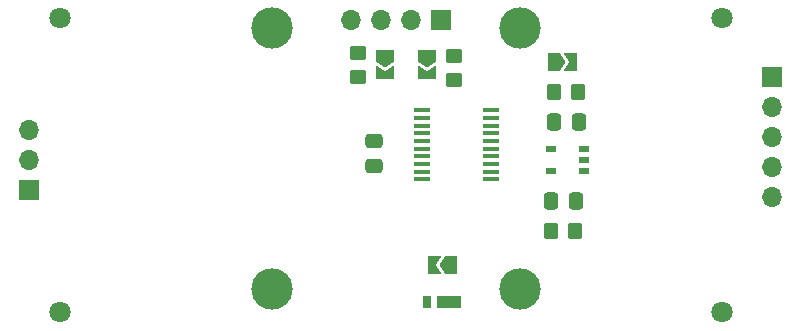
<source format=gbr>
%TF.GenerationSoftware,KiCad,Pcbnew,7.0.6*%
%TF.CreationDate,2024-01-24T15:29:16+09:00*%
%TF.ProjectId,EVO2_ICS_CARD,45564f32-5f49-4435-935f-434152442e6b,rev?*%
%TF.SameCoordinates,Original*%
%TF.FileFunction,Soldermask,Bot*%
%TF.FilePolarity,Negative*%
%FSLAX46Y46*%
G04 Gerber Fmt 4.6, Leading zero omitted, Abs format (unit mm)*
G04 Created by KiCad (PCBNEW 7.0.6) date 2024-01-24 15:29:16*
%MOMM*%
%LPD*%
G01*
G04 APERTURE LIST*
G04 Aperture macros list*
%AMRoundRect*
0 Rectangle with rounded corners*
0 $1 Rounding radius*
0 $2 $3 $4 $5 $6 $7 $8 $9 X,Y pos of 4 corners*
0 Add a 4 corners polygon primitive as box body*
4,1,4,$2,$3,$4,$5,$6,$7,$8,$9,$2,$3,0*
0 Add four circle primitives for the rounded corners*
1,1,$1+$1,$2,$3*
1,1,$1+$1,$4,$5*
1,1,$1+$1,$6,$7*
1,1,$1+$1,$8,$9*
0 Add four rect primitives between the rounded corners*
20,1,$1+$1,$2,$3,$4,$5,0*
20,1,$1+$1,$4,$5,$6,$7,0*
20,1,$1+$1,$6,$7,$8,$9,0*
20,1,$1+$1,$8,$9,$2,$3,0*%
%AMFreePoly0*
4,1,6,1.000000,0.000000,0.500000,-0.750000,-0.500000,-0.750000,-0.500000,0.750000,0.500000,0.750000,1.000000,0.000000,1.000000,0.000000,$1*%
%AMFreePoly1*
4,1,6,0.500000,-0.750000,-0.650000,-0.750000,-0.150000,0.000000,-0.650000,0.750000,0.500000,0.750000,0.500000,-0.750000,0.500000,-0.750000,$1*%
G04 Aperture macros list end*
%ADD10R,1.700000X1.700000*%
%ADD11O,1.700000X1.700000*%
%ADD12C,1.800000*%
%ADD13C,3.500000*%
%ADD14FreePoly0,180.000000*%
%ADD15FreePoly1,180.000000*%
%ADD16RoundRect,0.250000X-0.337500X-0.475000X0.337500X-0.475000X0.337500X0.475000X-0.337500X0.475000X0*%
%ADD17FreePoly0,270.000000*%
%ADD18FreePoly1,270.000000*%
%ADD19RoundRect,0.250000X-0.450000X0.350000X-0.450000X-0.350000X0.450000X-0.350000X0.450000X0.350000X0*%
%ADD20RoundRect,0.250000X-0.350000X-0.450000X0.350000X-0.450000X0.350000X0.450000X-0.350000X0.450000X0*%
%ADD21R,0.900000X0.600000*%
%ADD22R,1.475000X0.450000*%
%ADD23FreePoly0,0.000000*%
%ADD24FreePoly1,0.000000*%
%ADD25RoundRect,0.250000X-0.475000X0.337500X-0.475000X-0.337500X0.475000X-0.337500X0.475000X0.337500X0*%
%ADD26R,2.000000X1.100000*%
%ADD27R,0.800000X1.100000*%
G04 APERTURE END LIST*
D10*
%TO.C,ICS*%
X22225000Y-34910000D03*
D11*
X22225000Y-32370000D03*
X22225000Y-29830000D03*
%TD*%
D12*
%TO.C,REF\u002A\u002A*%
X80860000Y-20410000D03*
%TD*%
%TO.C,REF\u002A\u002A*%
X80860000Y-45310000D03*
%TD*%
D10*
%TO.C,SWD*%
X85090000Y-25400000D03*
D11*
X85090000Y-27940000D03*
X85090000Y-30480000D03*
X85090000Y-33020000D03*
X85090000Y-35560000D03*
%TD*%
D12*
%TO.C,REF\u002A\u002A*%
X24860000Y-45310000D03*
%TD*%
D13*
%TO.C,DISP*%
X63754000Y-21244000D03*
X42754000Y-21244000D03*
X63754000Y-43304000D03*
X42754000Y-43304000D03*
D11*
X49444000Y-20574000D03*
X51984000Y-20574000D03*
X54524000Y-20574000D03*
D10*
X57064000Y-20574000D03*
%TD*%
D12*
%TO.C,REF\u002A\u002A*%
X24860000Y-20410000D03*
%TD*%
D14*
%TO.C,JP3*%
X57965000Y-41275000D03*
D15*
X56515000Y-41275000D03*
%TD*%
D16*
%TO.C,C4*%
X66438000Y-35885000D03*
X68513000Y-35885000D03*
%TD*%
D17*
%TO.C,JP1*%
X52324000Y-23622000D03*
D18*
X52324000Y-25072000D03*
%TD*%
D19*
%TO.C,R3*%
X58166000Y-23622000D03*
X58166000Y-25622000D03*
%TD*%
D20*
%TO.C,R4*%
X66675000Y-26670000D03*
X68675000Y-26670000D03*
%TD*%
D21*
%TO.C,IC3*%
X69238000Y-31445000D03*
X69238000Y-32395000D03*
X69238000Y-33345000D03*
X66438000Y-33345000D03*
X66438000Y-31445000D03*
%TD*%
D19*
%TO.C,R2*%
X50038000Y-23368000D03*
X50038000Y-25368000D03*
%TD*%
D22*
%TO.C,IC2*%
X61358000Y-28190000D03*
X61358000Y-28840000D03*
X61358000Y-29490000D03*
X61358000Y-30140000D03*
X61358000Y-30790000D03*
X61358000Y-31440000D03*
X61358000Y-32090000D03*
X61358000Y-32740000D03*
X61358000Y-33390000D03*
X61358000Y-34040000D03*
X55482000Y-34040000D03*
X55482000Y-33390000D03*
X55482000Y-32740000D03*
X55482000Y-32090000D03*
X55482000Y-31440000D03*
X55482000Y-30790000D03*
X55482000Y-30140000D03*
X55482000Y-29490000D03*
X55482000Y-28840000D03*
X55482000Y-28190000D03*
%TD*%
D23*
%TO.C,JP4*%
X66675000Y-24130000D03*
D24*
X68125000Y-24130000D03*
%TD*%
D16*
%TO.C,C3*%
X66675000Y-29210000D03*
X68750000Y-29210000D03*
%TD*%
D25*
%TO.C,C5*%
X51435000Y-30805000D03*
X51435000Y-32880000D03*
%TD*%
D17*
%TO.C,JP2*%
X55880000Y-23622000D03*
D18*
X55880000Y-25072000D03*
%TD*%
D20*
%TO.C,R6*%
X66438000Y-38425000D03*
X68438000Y-38425000D03*
%TD*%
D26*
%TO.C,D1*%
X57780000Y-44450000D03*
D27*
X55880000Y-44450000D03*
%TD*%
M02*

</source>
